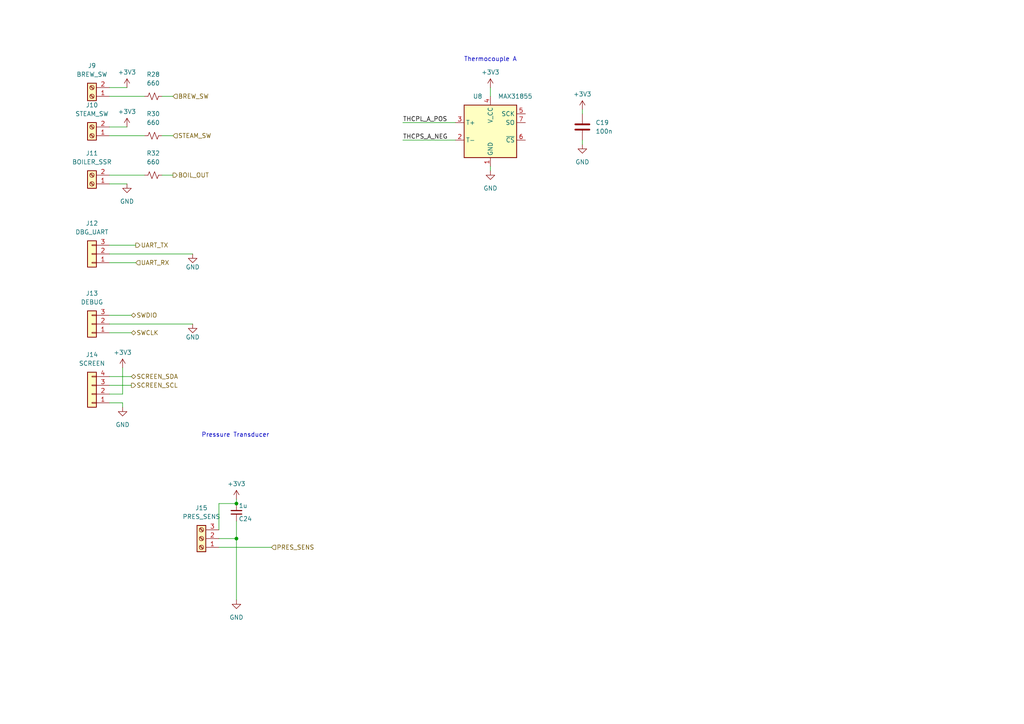
<source format=kicad_sch>
(kicad_sch (version 20231120) (generator "eeschema") (generator_version "8.0")
  (paper "A4")
  (lib_symbols
    (symbol "Connector:Screw_Terminal_01x02" (pin_names (offset 1.016) hide)
      (property "Reference" "J" (at 0 2.54 0))
      (property "Value" "Screw_Terminal_01x02" (at 0 -5.08 0))
      (symbol "Screw_Terminal_01x02_1_1"
        (rectangle (start -1.27 1.27) (end 1.27 -3.81) (stroke (width 0.254)) (fill (type background)))
        (circle (center 0 -2.54) (radius 0.635) (stroke (width 0.1524)))
        (polyline (pts (xy -0.5334 -2.2098) (xy 0.3302 -3.048)) (stroke (width 0.1524)))
        (polyline (pts (xy -0.5334 0.3302) (xy 0.3302 -0.508)) (stroke (width 0.1524)))
        (polyline (pts (xy -0.3556 -2.032) (xy 0.508 -2.8702)) (stroke (width 0.1524)))
        (polyline (pts (xy -0.3556 0.508) (xy 0.508 -0.3302)) (stroke (width 0.1524)))
        (circle (center 0 0) (radius 0.635) (stroke (width 0.1524)))
        (pin passive line (at -5.08 0 0) (length 3.81) (name "Pin_1") (number "1"))
        (pin passive line (at -5.08 -2.54 0) (length 3.81) (name "Pin_2") (number "2"))
      )
    )
    (symbol "Connector:Screw_Terminal_01x03" (pin_names (offset 1.016) hide)
      (property "Reference" "J" (at 0 5.08 0))
      (property "Value" "Screw_Terminal_01x03" (at 0 -5.08 0))
      (symbol "Screw_Terminal_01x03_1_1"
        (rectangle (start -1.27 3.81) (end 1.27 -3.81) (stroke (width 0.254)) (fill (type background)))
        (circle (center 0 -2.54) (radius 0.635) (stroke (width 0.1524)))
        (polyline (pts (xy -0.5334 -2.2098) (xy 0.3302 -3.048)) (stroke (width 0.1524)))
        (polyline (pts (xy -0.5334 0.3302) (xy 0.3302 -0.508)) (stroke (width 0.1524)))
        (polyline (pts (xy -0.5334 2.8702) (xy 0.3302 2.032)) (stroke (width 0.1524)))
        (polyline (pts (xy -0.3556 -2.032) (xy 0.508 -2.8702)) (stroke (width 0.1524)))
        (polyline (pts (xy -0.3556 0.508) (xy 0.508 -0.3302)) (stroke (width 0.1524)))
        (polyline (pts (xy -0.3556 3.048) (xy 0.508 2.2098)) (stroke (width 0.1524)))
        (circle (center 0 0) (radius 0.635) (stroke (width 0.1524)))
        (circle (center 0 2.54) (radius 0.635) (stroke (width 0.1524)))
        (pin passive line (at -5.08 2.54 0) (length 3.81) (name "Pin_1") (number "1"))
        (pin passive line (at -5.08 0 0) (length 3.81) (name "Pin_2") (number "2"))
        (pin passive line (at -5.08 -2.54 0) (length 3.81) (name "Pin_3") (number "3"))
      )
    )
    (symbol "Connector_Generic:Conn_01x03" (pin_names (offset 1.016) hide)
      (property "Reference" "J" (at 0 5.08 0))
      (property "Value" "Conn_01x03" (at 0 -5.08 0))
      (symbol "Conn_01x03_1_1"
        (rectangle (start -1.27 -2.413) (end 0 -2.667) (stroke (width 0.1524)))
        (rectangle (start -1.27 0.127) (end 0 -0.127) (stroke (width 0.1524)))
        (rectangle (start -1.27 2.667) (end 0 2.413) (stroke (width 0.1524)))
        (rectangle (start -1.27 3.81) (end 1.27 -3.81) (stroke (width 0.254)) (fill (type background)))
        (pin passive line (at -5.08 2.54 0) (length 3.81) (name "Pin_1") (number "1"))
        (pin passive line (at -5.08 0 0) (length 3.81) (name "Pin_2") (number "2"))
        (pin passive line (at -5.08 -2.54 0) (length 3.81) (name "Pin_3") (number "3"))
      )
    )
    (symbol "Connector_Generic:Conn_01x04" (pin_names (offset 1.016) hide)
      (property "Reference" "J" (at 0 5.08 0))
      (property "Value" "Conn_01x04" (at 0 -7.62 0))
      (symbol "Conn_01x04_1_1"
        (rectangle (start -1.27 -4.953) (end 0 -5.207) (stroke (width 0.1524)))
        (rectangle (start -1.27 -2.413) (end 0 -2.667) (stroke (width 0.1524)))
        (rectangle (start -1.27 0.127) (end 0 -0.127) (stroke (width 0.1524)))
        (rectangle (start -1.27 2.667) (end 0 2.413) (stroke (width 0.1524)))
        (rectangle (start -1.27 3.81) (end 1.27 -6.35) (stroke (width 0.254)) (fill (type background)))
        (pin passive line (at -5.08 2.54 0) (length 3.81) (name "Pin_1") (number "1"))
        (pin passive line (at -5.08 0 0) (length 3.81) (name "Pin_2") (number "2"))
        (pin passive line (at -5.08 -2.54 0) (length 3.81) (name "Pin_3") (number "3"))
        (pin passive line (at -5.08 -5.08 0) (length 3.81) (name "Pin_4") (number "4"))
      )
    )
    (symbol "Device:C" (pin_numbers hide) (pin_names (offset 0.254))
      (property "Reference" "C" (at 0.635 2.54 0))
      (property "Value" "C" (at 0.635 -2.54 0))
      (symbol "C_0_1"
        (polyline (pts (xy -2.032 -0.762) (xy 2.032 -0.762)) (stroke (width 0.508)))
        (polyline (pts (xy -2.032 0.762) (xy 2.032 0.762)) (stroke (width 0.508)))
      )
      (symbol "C_1_1"
        (pin passive line (at 0 3.81 270) (length 2.794) (name "~") (number "1"))
        (pin passive line (at 0 -3.81 90) (length 2.794) (name "~") (number "2"))
      )
    )
    (symbol "Device:C_Small" (pin_numbers hide) (pin_names (offset 0.254) hide)
      (property "Reference" "C" (at 0.254 1.778 0))
      (property "Value" "C_Small" (at 0.254 -2.032 0))
      (symbol "C_Small_0_1"
        (polyline (pts (xy -1.524 -0.508) (xy 1.524 -0.508)) (stroke (width 0.3302)))
        (polyline (pts (xy -1.524 0.508) (xy 1.524 0.508)) (stroke (width 0.3048)))
      )
      (symbol "C_Small_1_1"
        (pin passive line (at 0 2.54 270) (length 2.032) (name "~") (number "1"))
        (pin passive line (at 0 -2.54 90) (length 2.032) (name "~") (number "2"))
      )
    )
    (symbol "Device:R_Small_US" (pin_numbers hide) (pin_names (offset 0.254) hide)
      (property "Reference" "R" (at 0.762 0.508 0))
      (property "Value" "R_Small_US" (at 0.762 -1.016 0))
      (symbol "R_Small_US_1_1"
        (polyline (pts (xy 0 0) (xy 1.016 -0.381) (xy 0 -0.762) (xy -1.016 -1.143) (xy 0 -1.524)))
        (polyline (pts (xy 0 1.524) (xy 1.016 1.143) (xy 0 0.762) (xy -1.016 0.381) (xy 0 0)))
        (pin passive line (at 0 2.54 270) (length 1.016) (name "~") (number "1"))
        (pin passive line (at 0 -2.54 90) (length 1.016) (name "~") (number "2"))
      )
    )
    (symbol "Sensor_Temperature:MAX31855KASA"
      (property "Reference" "U" (at -7.62 8.89 0))
      (property "Value" "MAX31855KASA" (at 1.27 8.89 0))
      (symbol "MAX31855KASA_0_1"
        (rectangle (start -7.62 7.62) (end 7.62 -7.62) (stroke (width 0.254)) (fill (type background)))
      )
      (symbol "MAX31855KASA_1_1"
        (pin power_in line (at 0 -10.16 90) (length 2.54) (name "GND") (number "1"))
        (pin passive line (at -10.16 -2.54 0) (length 2.54) (name "T-") (number "2"))
        (pin passive line (at -10.16 2.54 0) (length 2.54) (name "T+") (number "3"))
        (pin power_in line (at 0 10.16 270) (length 2.54) (name "V_CC") (number "4"))
        (pin input line (at 10.16 5.08 180) (length 2.54) (name "SCK") (number "5"))
        (pin input line (at 10.16 -2.54 180) (length 2.54) (name "~{CS}") (number "6"))
        (pin tri_state line (at 10.16 2.54 180) (length 2.54) (name "SO") (number "7"))
      )
    )
    (symbol "power:+3V3" (power) (pin_names (offset 0))
      (property "Value" "+3V3" (at 0 3.556 0))
      (symbol "+3V3_0_1"
        (polyline (pts (xy -0.762 1.27) (xy 0 2.54)))
        (polyline (pts (xy 0 0) (xy 0 2.54)))
        (polyline (pts (xy 0 2.54) (xy 0.762 1.27)))
      )
      (symbol "+3V3_1_1"
        (pin power_in line (at 0 0 90) (length 0) hide (name "+3V3") (number "1"))
      )
    )
    (symbol "power:GND" (power) (pin_names (offset 0))
      (property "Value" "GND" (at 0 -3.81 0))
      (symbol "GND_0_1"
        (polyline (pts (xy 0 0) (xy 0 -1.27) (xy 1.27 -1.27) (xy 0 -2.54) (xy -1.27 -1.27) (xy 0 -1.27)))
      )
      (symbol "GND_1_1"
        (pin power_in line (at 0 0 270) (length 0) hide (name "GND") (number "1"))
      )
    )
  )
  (junction (at 68.58 156.21))
  (junction (at 68.58 146.05))
  (wire (pts (xy 39.37 76.2) (xy 31.75 76.2)))
  (wire (pts (xy 41.91 27.94) (xy 31.75 27.94)))
  (wire (pts (xy 168.91 40.64) (xy 168.91 41.91)))
  (wire (pts (xy 36.83 36.83) (xy 31.75 36.83)))
  (wire (pts (xy 63.5 158.75) (xy 78.74 158.75)))
  (wire (pts (xy 50.165 27.94) (xy 46.99 27.94)))
  (wire (pts (xy 63.5 156.21) (xy 68.58 156.21)))
  (wire (pts (xy 68.58 156.21) (xy 68.58 173.99)))
  (wire (pts (xy 35.56 116.84) (xy 31.75 116.84)))
  (wire (pts (xy 63.5 146.05) (xy 63.5 153.67)))
  (wire (pts (xy 38.1 96.52) (xy 31.75 96.52)))
  (wire (pts (xy 55.88 93.98) (xy 31.75 93.98)))
  (wire (pts (xy 41.91 39.37) (xy 31.75 39.37)))
  (wire (pts (xy 31.75 109.22) (xy 38.1 109.22)))
  (wire (pts (xy 31.75 111.76) (xy 38.1 111.76)))
  (wire (pts (xy 168.91 31.75) (xy 168.91 33.02)))
  (wire (pts (xy 31.75 71.12) (xy 39.37 71.12)))
  (wire (pts (xy 50.165 50.8) (xy 46.99 50.8)))
  (wire (pts (xy 35.56 118.11) (xy 35.56 116.84)))
  (wire (pts (xy 38.1 91.44) (xy 31.75 91.44)))
  (wire (pts (xy 116.84 40.64) (xy 132.08 40.64)))
  (wire (pts (xy 116.84 35.56) (xy 132.08 35.56)))
  (wire (pts (xy 68.58 144.78) (xy 68.58 146.05)))
  (wire (pts (xy 36.83 25.4) (xy 31.75 25.4)))
  (wire (pts (xy 31.75 114.3) (xy 35.56 114.3)))
  (wire (pts (xy 50.165 39.37) (xy 46.99 39.37)))
  (wire (pts (xy 36.83 53.34) (xy 31.75 53.34)))
  (wire (pts (xy 63.5 146.05) (xy 68.58 146.05)))
  (wire (pts (xy 41.91 50.8) (xy 31.75 50.8)))
  (wire (pts (xy 142.24 25.4) (xy 142.24 27.94)))
  (wire (pts (xy 68.58 151.13) (xy 68.58 156.21)))
  (wire (pts (xy 55.88 73.66) (xy 31.75 73.66)))
  (wire (pts (xy 35.56 106.68) (xy 35.56 114.3)))
  (wire (pts (xy 142.24 48.26) (xy 142.24 49.53)))
  (text "Thermocouple A\n" (at 142.24 18.034 0) (effects (font (size 1.27 1.27)) (justify bottom)))
  (text "Pressure Transducer" (at 58.42 127 0) (effects (font (size 1.27 1.27)) (justify left bottom)))
  (label "THCPS_A_NEG" (at 116.84 40.64 0))
  (label "THCPL_A_POS" (at 116.84 35.56 0))
  (hierarchical_label "BOIL_OUT" (shape output) (at 50.165 50.8 0))
  (hierarchical_label "UART_TX" (shape output) (at 39.37 71.12 0))
  (hierarchical_label "PRES_SENS" (shape input) (at 78.74 158.75 0))
  (hierarchical_label "SCREEN_SDA" (shape bidirectional) (at 38.1 109.22 0))
  (hierarchical_label "SWDIO" (shape bidirectional) (at 38.1 91.44 0))
  (hierarchical_label "SCREEN_SCL" (shape output) (at 38.1 111.76 0))
  (hierarchical_label "UART_RX" (shape input) (at 39.37 76.2 0))
  (hierarchical_label "BREW_SW" (shape input) (at 50.165 27.94 0))
  (hierarchical_label "STEAM_SW" (shape input) (at 50.165 39.37 0))
  (hierarchical_label "SWCLK" (shape bidirectional) (at 38.1 96.52 0))
  (symbol (lib_id "power:GND") (at 55.88 93.98 0) (unit 1)
    (property "Reference" "#PWR055" (effects (hide yes)))
    (property "Value" "GND" (at 55.88 97.79 0))
  )
  (symbol (lib_id "Device:C") (at 168.91 36.83 0) (unit 1)
    (property "Reference" "C19" (at 172.72 35.5599 0) (effects (justify left)))
    (property "Value" "100n" (at 172.72 38.0999 0) (effects (justify left)))
    (property "Footprint" "Capacitor_SMD:C_0402_1005Metric_Pad0.74x0.62mm_HandSolder" (effects (hide yes)))
    (property "LCSC" "C77020" (effects (hide yes)))
    (property "P/N" "GRM155R71H104KE14D" (effects (hide yes)))
  )
  (symbol (lib_id "Connector:Screw_Terminal_01x03") (at 58.42 156.21 180) (unit 1)
    (property "Reference" "J15" (at 58.42 147.32 0))
    (property "Value" "PRES_SENS" (at 58.42 149.86 0))
    (property "Footprint" "TerminalBlock_MetzConnect:TerminalBlock_MetzConnect_Type101_RT01603HBWC_1x03_P5.08mm_Horizontal" (effects (hide yes)))
  )
  (symbol (lib_id "Device:C_Small") (at 68.58 148.59 180) (unit 1)
    (property "Reference" "C24" (at 69.215 150.495 0) (effects (justify right)))
    (property "Value" "1u" (at 69.215 146.685 0) (effects (justify right)))
    (property "Footprint" "Capacitor_SMD:C_0603_1608Metric" (effects (hide yes)))
  )
  (symbol (lib_id "power:GND") (at 36.83 53.34 0) (unit 1)
    (property "Reference" "#PWR050" (effects (hide yes)))
    (property "Value" "GND" (at 36.83 58.42 0))
  )
  (symbol (lib_id "power:GND") (at 168.91 41.91 0) (unit 1)
    (property "Reference" "#PWR044" (effects (hide yes)))
    (property "Value" "GND" (at 168.91 46.99 0))
  )
  (symbol (lib_id "Connector_Generic:Conn_01x03") (at 26.67 73.66 180) (unit 1)
    (property "Reference" "J12" (at 26.67 64.77 0))
    (property "Value" "DBG_UART" (at 26.67 67.31 0))
    (property "Footprint" "Connector_PinHeader_2.54mm:PinHeader_1x03_P2.54mm_Vertical" (effects (hide yes)))
  )
  (symbol (lib_id "Connector_Generic:Conn_01x04") (at 26.67 114.3 180) (unit 1)
    (property "Reference" "J14" (at 26.67 102.87 0))
    (property "Value" "SCREEN" (at 26.67 105.41 0))
    (property "Footprint" "Connector_PinHeader_2.54mm:PinHeader_1x04_P2.54mm_Vertical" (effects (hide yes)))
    (property "Description" "Generic connector, single row, 01x04, script generated (kicad-library-utils/schlib/autogen/connector/)" (effects (hide yes)))
  )
  (symbol (lib_id "power:GND") (at 55.88 73.66 0) (unit 1)
    (property "Reference" "#PWR053" (effects (hide yes)))
    (property "Value" "GND" (at 55.88 77.47 0))
  )
  (symbol (lib_id "power:+3V3") (at 68.58 144.78 0) (unit 1)
    (property "Reference" "#PWR059" (effects (hide yes)))
    (property "Value" "+3V3" (at 68.58 140.335 0))
  )
  (symbol (lib_id "power:+3V3") (at 35.56 106.68 0) (unit 1)
    (property "Reference" "#PWR056" (effects (hide yes)))
    (property "Value" "+3V3" (at 35.56 102.235 0))
  )
  (symbol (lib_id "power:GND") (at 142.24 49.53 0) (unit 1)
    (property "Reference" "#PWR045" (effects (hide yes)))
    (property "Value" "GND" (at 142.24 54.61 0))
  )
  (symbol (lib_id "Device:R_Small_US") (at 44.45 39.37 90) (unit 1)
    (property "Reference" "R30" (at 44.45 33.02 90))
    (property "Value" "660" (at 44.45 35.56 90))
    (property "Footprint" "Resistor_SMD:R_0603_1608Metric" (effects (hide yes)))
  )
  (symbol (lib_id "Connector:Screw_Terminal_01x02") (at 26.67 53.34 180) (unit 1)
    (property "Reference" "J11" (at 26.67 44.45 0))
    (property "Value" "BOILER_SSR" (at 26.67 46.99 0))
    (property "Footprint" "TerminalBlock_MetzConnect:TerminalBlock_MetzConnect_Type101_RT01602HBWC_1x02_P5.08mm_Horizontal" (effects (hide yes)))
  )
  (symbol (lib_id "power:+3V3") (at 168.91 31.75 0) (unit 1)
    (property "Reference" "#PWR046" (effects (hide yes)))
    (property "Value" "+3V3" (at 168.91 27.305 0))
  )
  (symbol (lib_id "Sensor_Temperature:MAX31855KASA") (at 142.24 38.1 0) (unit 1)
    (property "Reference" "U8" (at 137.16 27.94 0) (effects (justify left)))
    (property "Value" "MAX31855" (at 144.4341 27.94 0) (effects (justify left)))
    (property "Footprint" "Package_SO:SOIC-8_3.9x4.9mm_P1.27mm" (effects (hide yes)))
    (property "Datasheet" "http://datasheets.maximintegrated.com/en/ds/MAX31855.pdf" (effects (hide yes)))
  )
  (symbol (lib_id "Device:R_Small_US") (at 44.45 27.94 270) (unit 1)
    (property "Reference" "R28" (at 44.45 21.59 90))
    (property "Value" "660" (at 44.45 24.13 90))
    (property "Footprint" "Resistor_SMD:R_0603_1608Metric" (effects (hide yes)))
  )
  (symbol (lib_id "Device:R_Small_US") (at 44.45 50.8 90) (unit 1)
    (property "Reference" "R32" (at 44.45 44.45 90))
    (property "Value" "660" (at 44.45 46.99 90))
    (property "Footprint" "Resistor_SMD:R_0603_1608Metric" (effects (hide yes)))
  )
  (symbol (lib_id "Connector:Screw_Terminal_01x02") (at 26.67 39.37 180) (unit 1)
    (property "Reference" "J10" (at 26.67 30.48 0))
    (property "Value" "STEAM_SW" (at 26.67 33.02 0))
    (property "Footprint" "TerminalBlock_MetzConnect:TerminalBlock_MetzConnect_Type101_RT01602HBWC_1x02_P5.08mm_Horizontal" (effects (hide yes)))
  )
  (symbol (lib_id "power:+3V3") (at 142.24 25.4 0) (unit 1)
    (property "Reference" "#PWR043" (effects (hide yes)))
    (property "Value" "+3V3" (at 142.24 20.955 0))
  )
  (symbol (lib_id "power:+3V3") (at 36.83 36.83 0) (unit 1)
    (property "Reference" "#PWR049" (effects (hide yes)))
    (property "Value" "+3V3" (at 36.83 32.385 0))
  )
  (symbol (lib_id "power:GND") (at 35.56 118.11 0) (unit 1)
    (property "Reference" "#PWR057" (effects (hide yes)))
    (property "Value" "GND" (at 35.56 123.19 0))
  )
  (symbol (lib_id "power:+3V3") (at 36.83 25.4 0) (unit 1)
    (property "Reference" "#PWR047" (effects (hide yes)))
    (property "Value" "+3V3" (at 36.83 20.955 0))
  )
  (symbol (lib_id "power:GND") (at 68.58 173.99 0) (unit 1)
    (property "Reference" "#PWR062" (effects (hide yes)))
    (property "Value" "GND" (at 68.58 179.07 0))
  )
  (symbol (lib_id "Connector:Screw_Terminal_01x02") (at 26.67 27.94 180) (unit 1)
    (property "Reference" "J9" (at 26.67 19.05 0))
    (property "Value" "BREW_SW" (at 26.67 21.59 0))
    (property "Footprint" "TerminalBlock_MetzConnect:TerminalBlock_MetzConnect_Type101_RT01602HBWC_1x02_P5.08mm_Horizontal" (effects (hide yes)))
  )
  (symbol (lib_id "Connector_Generic:Conn_01x03") (at 26.67 93.98 180) (unit 1)
    (property "Reference" "J13" (at 26.67 85.09 0))
    (property "Value" "DEBUG" (at 26.67 87.63 0))
    (property "Footprint" "Connector_PinHeader_2.54mm:PinHeader_1x03_P2.54mm_Vertical" (effects (hide yes)))
  )
)
</source>
